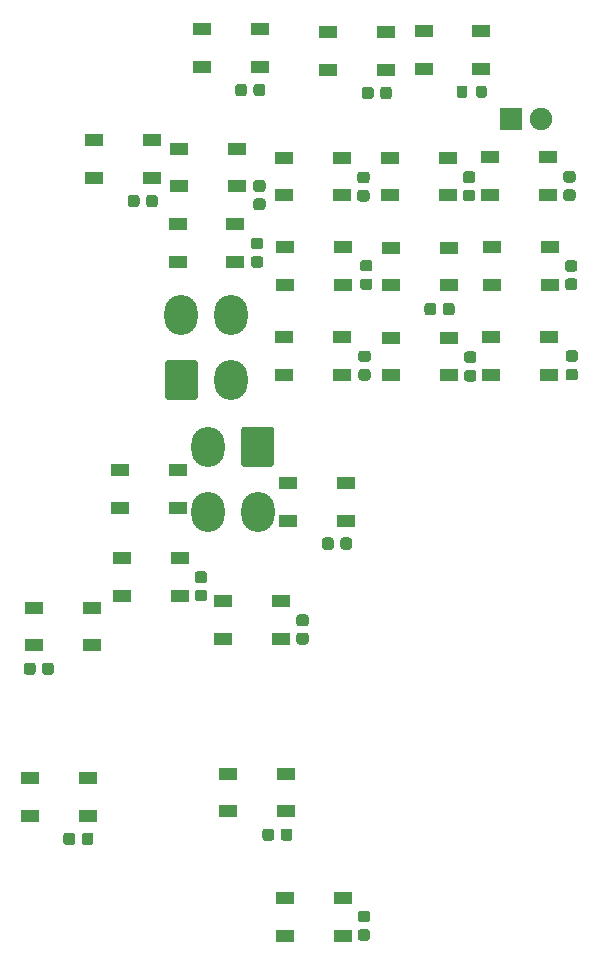
<source format=gbr>
%TF.GenerationSoftware,KiCad,Pcbnew,(5.1.6)-1*%
%TF.CreationDate,2020-12-21T16:45:17+11:00*%
%TF.ProjectId,Landing Gear Panel PCB V2,4c616e64-696e-4672-9047-656172205061,rev?*%
%TF.SameCoordinates,Original*%
%TF.FileFunction,Soldermask,Top*%
%TF.FilePolarity,Negative*%
%FSLAX46Y46*%
G04 Gerber Fmt 4.6, Leading zero omitted, Abs format (unit mm)*
G04 Created by KiCad (PCBNEW (5.1.6)-1) date 2020-12-21 16:45:17*
%MOMM*%
%LPD*%
G01*
G04 APERTURE LIST*
%ADD10O,2.800000X3.400000*%
%ADD11R,1.600000X1.100000*%
%ADD12C,1.900000*%
%ADD13R,1.900000X1.900000*%
G04 APERTURE END LIST*
%TO.C,C22*%
G36*
G01*
X96418750Y-117512000D02*
X96981250Y-117512000D01*
G75*
G02*
X97225000Y-117755750I0J-243750D01*
G01*
X97225000Y-118243250D01*
G75*
G02*
X96981250Y-118487000I-243750J0D01*
G01*
X96418750Y-118487000D01*
G75*
G02*
X96175000Y-118243250I0J243750D01*
G01*
X96175000Y-117755750D01*
G75*
G02*
X96418750Y-117512000I243750J0D01*
G01*
G37*
G36*
G01*
X96418750Y-115937000D02*
X96981250Y-115937000D01*
G75*
G02*
X97225000Y-116180750I0J-243750D01*
G01*
X97225000Y-116668250D01*
G75*
G02*
X96981250Y-116912000I-243750J0D01*
G01*
X96418750Y-116912000D01*
G75*
G02*
X96175000Y-116668250I0J243750D01*
G01*
X96175000Y-116180750D01*
G75*
G02*
X96418750Y-115937000I243750J0D01*
G01*
G37*
%TD*%
%TO.C,C21*%
G36*
G01*
X87368750Y-60512500D02*
X87931250Y-60512500D01*
G75*
G02*
X88175000Y-60756250I0J-243750D01*
G01*
X88175000Y-61243750D01*
G75*
G02*
X87931250Y-61487500I-243750J0D01*
G01*
X87368750Y-61487500D01*
G75*
G02*
X87125000Y-61243750I0J243750D01*
G01*
X87125000Y-60756250D01*
G75*
G02*
X87368750Y-60512500I243750J0D01*
G01*
G37*
G36*
G01*
X87368750Y-58937500D02*
X87931250Y-58937500D01*
G75*
G02*
X88175000Y-59181250I0J-243750D01*
G01*
X88175000Y-59668750D01*
G75*
G02*
X87931250Y-59912500I-243750J0D01*
G01*
X87368750Y-59912500D01*
G75*
G02*
X87125000Y-59668750I0J243750D01*
G01*
X87125000Y-59181250D01*
G75*
G02*
X87368750Y-58937500I243750J0D01*
G01*
G37*
%TD*%
%TO.C,C20*%
G36*
G01*
X114018750Y-70062500D02*
X114581250Y-70062500D01*
G75*
G02*
X114825000Y-70306250I0J-243750D01*
G01*
X114825000Y-70793750D01*
G75*
G02*
X114581250Y-71037500I-243750J0D01*
G01*
X114018750Y-71037500D01*
G75*
G02*
X113775000Y-70793750I0J243750D01*
G01*
X113775000Y-70306250D01*
G75*
G02*
X114018750Y-70062500I243750J0D01*
G01*
G37*
G36*
G01*
X114018750Y-68487500D02*
X114581250Y-68487500D01*
G75*
G02*
X114825000Y-68731250I0J-243750D01*
G01*
X114825000Y-69218750D01*
G75*
G02*
X114581250Y-69462500I-243750J0D01*
G01*
X114018750Y-69462500D01*
G75*
G02*
X113775000Y-69218750I0J243750D01*
G01*
X113775000Y-68731250D01*
G75*
G02*
X114018750Y-68487500I243750J0D01*
G01*
G37*
%TD*%
%TO.C,C19*%
G36*
G01*
X105418750Y-70162500D02*
X105981250Y-70162500D01*
G75*
G02*
X106225000Y-70406250I0J-243750D01*
G01*
X106225000Y-70893750D01*
G75*
G02*
X105981250Y-71137500I-243750J0D01*
G01*
X105418750Y-71137500D01*
G75*
G02*
X105175000Y-70893750I0J243750D01*
G01*
X105175000Y-70406250D01*
G75*
G02*
X105418750Y-70162500I243750J0D01*
G01*
G37*
G36*
G01*
X105418750Y-68587500D02*
X105981250Y-68587500D01*
G75*
G02*
X106225000Y-68831250I0J-243750D01*
G01*
X106225000Y-69318750D01*
G75*
G02*
X105981250Y-69562500I-243750J0D01*
G01*
X105418750Y-69562500D01*
G75*
G02*
X105175000Y-69318750I0J243750D01*
G01*
X105175000Y-68831250D01*
G75*
G02*
X105418750Y-68587500I243750J0D01*
G01*
G37*
%TD*%
%TO.C,C18*%
G36*
G01*
X96468750Y-70087500D02*
X97031250Y-70087500D01*
G75*
G02*
X97275000Y-70331250I0J-243750D01*
G01*
X97275000Y-70818750D01*
G75*
G02*
X97031250Y-71062500I-243750J0D01*
G01*
X96468750Y-71062500D01*
G75*
G02*
X96225000Y-70818750I0J243750D01*
G01*
X96225000Y-70331250D01*
G75*
G02*
X96468750Y-70087500I243750J0D01*
G01*
G37*
G36*
G01*
X96468750Y-68512500D02*
X97031250Y-68512500D01*
G75*
G02*
X97275000Y-68756250I0J-243750D01*
G01*
X97275000Y-69243750D01*
G75*
G02*
X97031250Y-69487500I-243750J0D01*
G01*
X96468750Y-69487500D01*
G75*
G02*
X96225000Y-69243750I0J243750D01*
G01*
X96225000Y-68756250D01*
G75*
G02*
X96468750Y-68512500I243750J0D01*
G01*
G37*
%TD*%
%TO.C,C7*%
G36*
G01*
X96618750Y-62412500D02*
X97181250Y-62412500D01*
G75*
G02*
X97425000Y-62656250I0J-243750D01*
G01*
X97425000Y-63143750D01*
G75*
G02*
X97181250Y-63387500I-243750J0D01*
G01*
X96618750Y-63387500D01*
G75*
G02*
X96375000Y-63143750I0J243750D01*
G01*
X96375000Y-62656250D01*
G75*
G02*
X96618750Y-62412500I243750J0D01*
G01*
G37*
G36*
G01*
X96618750Y-60837500D02*
X97181250Y-60837500D01*
G75*
G02*
X97425000Y-61081250I0J-243750D01*
G01*
X97425000Y-61568750D01*
G75*
G02*
X97181250Y-61812500I-243750J0D01*
G01*
X96618750Y-61812500D01*
G75*
G02*
X96375000Y-61568750I0J243750D01*
G01*
X96375000Y-61081250D01*
G75*
G02*
X96618750Y-60837500I243750J0D01*
G01*
G37*
%TD*%
D10*
%TO.C,J2*%
X85450000Y-65500000D03*
X81250000Y-65500000D03*
X85450000Y-71000000D03*
G36*
G01*
X79850000Y-72440740D02*
X79850000Y-69559260D01*
G75*
G02*
X80109260Y-69300000I259260J0D01*
G01*
X82390740Y-69300000D01*
G75*
G02*
X82650000Y-69559260I0J-259260D01*
G01*
X82650000Y-72440740D01*
G75*
G02*
X82390740Y-72700000I-259260J0D01*
G01*
X80109260Y-72700000D01*
G75*
G02*
X79850000Y-72440740I0J259260D01*
G01*
G37*
%TD*%
%TO.C,J1*%
X83500000Y-82150000D03*
X87700000Y-82150000D03*
X83500000Y-76650000D03*
G36*
G01*
X89100000Y-75209260D02*
X89100000Y-78090740D01*
G75*
G02*
X88840740Y-78350000I-259260J0D01*
G01*
X86559260Y-78350000D01*
G75*
G02*
X86300000Y-78090740I0J259260D01*
G01*
X86300000Y-75209260D01*
G75*
G02*
X86559260Y-74950000I259260J0D01*
G01*
X88840740Y-74950000D01*
G75*
G02*
X89100000Y-75209260I0J-259260D01*
G01*
G37*
%TD*%
D11*
%TO.C,D6*%
X89916000Y-52171600D03*
X89916000Y-55371600D03*
X94816000Y-52171600D03*
X94816000Y-55371600D03*
%TD*%
%TO.C,C11*%
G36*
G01*
X82625000Y-88750000D02*
X83175000Y-88750000D01*
G75*
G02*
X83425000Y-89000000I0J-250000D01*
G01*
X83425000Y-89500000D01*
G75*
G02*
X83175000Y-89750000I-250000J0D01*
G01*
X82625000Y-89750000D01*
G75*
G02*
X82375000Y-89500000I0J250000D01*
G01*
X82375000Y-89000000D01*
G75*
G02*
X82625000Y-88750000I250000J0D01*
G01*
G37*
G36*
G01*
X82625000Y-87200000D02*
X83175000Y-87200000D01*
G75*
G02*
X83425000Y-87450000I0J-250000D01*
G01*
X83425000Y-87950000D01*
G75*
G02*
X83175000Y-88200000I-250000J0D01*
G01*
X82625000Y-88200000D01*
G75*
G02*
X82375000Y-87950000I0J250000D01*
G01*
X82375000Y-87450000D01*
G75*
G02*
X82625000Y-87200000I250000J0D01*
G01*
G37*
%TD*%
%TO.C,R1*%
G36*
G01*
X106200000Y-46900000D02*
X106200000Y-46300000D01*
G75*
G02*
X106425000Y-46075000I225000J0D01*
G01*
X106875000Y-46075000D01*
G75*
G02*
X107100000Y-46300000I0J-225000D01*
G01*
X107100000Y-46900000D01*
G75*
G02*
X106875000Y-47125000I-225000J0D01*
G01*
X106425000Y-47125000D01*
G75*
G02*
X106200000Y-46900000I0J225000D01*
G01*
G37*
G36*
G01*
X104550000Y-46900000D02*
X104550000Y-46300000D01*
G75*
G02*
X104775000Y-46075000I225000J0D01*
G01*
X105225000Y-46075000D01*
G75*
G02*
X105450000Y-46300000I0J-225000D01*
G01*
X105450000Y-46900000D01*
G75*
G02*
X105225000Y-47125000I-225000J0D01*
G01*
X104775000Y-47125000D01*
G75*
G02*
X104550000Y-46900000I0J225000D01*
G01*
G37*
%TD*%
%TO.C,C17*%
G36*
G01*
X91225000Y-92400000D02*
X91775000Y-92400000D01*
G75*
G02*
X92025000Y-92650000I0J-250000D01*
G01*
X92025000Y-93150000D01*
G75*
G02*
X91775000Y-93400000I-250000J0D01*
G01*
X91225000Y-93400000D01*
G75*
G02*
X90975000Y-93150000I0J250000D01*
G01*
X90975000Y-92650000D01*
G75*
G02*
X91225000Y-92400000I250000J0D01*
G01*
G37*
G36*
G01*
X91225000Y-90850000D02*
X91775000Y-90850000D01*
G75*
G02*
X92025000Y-91100000I0J-250000D01*
G01*
X92025000Y-91600000D01*
G75*
G02*
X91775000Y-91850000I-250000J0D01*
G01*
X91225000Y-91850000D01*
G75*
G02*
X90975000Y-91600000I0J250000D01*
G01*
X90975000Y-91100000D01*
G75*
G02*
X91225000Y-90850000I250000J0D01*
G01*
G37*
%TD*%
%TO.C,C16*%
G36*
G01*
X94700000Y-85125000D02*
X94700000Y-84575000D01*
G75*
G02*
X94950000Y-84325000I250000J0D01*
G01*
X95450000Y-84325000D01*
G75*
G02*
X95700000Y-84575000I0J-250000D01*
G01*
X95700000Y-85125000D01*
G75*
G02*
X95450000Y-85375000I-250000J0D01*
G01*
X94950000Y-85375000D01*
G75*
G02*
X94700000Y-85125000I0J250000D01*
G01*
G37*
G36*
G01*
X93150000Y-85125000D02*
X93150000Y-84575000D01*
G75*
G02*
X93400000Y-84325000I250000J0D01*
G01*
X93900000Y-84325000D01*
G75*
G02*
X94150000Y-84575000I0J-250000D01*
G01*
X94150000Y-85125000D01*
G75*
G02*
X93900000Y-85375000I-250000J0D01*
G01*
X93400000Y-85375000D01*
G75*
G02*
X93150000Y-85125000I0J250000D01*
G01*
G37*
%TD*%
%TO.C,C15*%
G36*
G01*
X89650000Y-109775000D02*
X89650000Y-109225000D01*
G75*
G02*
X89900000Y-108975000I250000J0D01*
G01*
X90400000Y-108975000D01*
G75*
G02*
X90650000Y-109225000I0J-250000D01*
G01*
X90650000Y-109775000D01*
G75*
G02*
X90400000Y-110025000I-250000J0D01*
G01*
X89900000Y-110025000D01*
G75*
G02*
X89650000Y-109775000I0J250000D01*
G01*
G37*
G36*
G01*
X88100000Y-109775000D02*
X88100000Y-109225000D01*
G75*
G02*
X88350000Y-108975000I250000J0D01*
G01*
X88850000Y-108975000D01*
G75*
G02*
X89100000Y-109225000I0J-250000D01*
G01*
X89100000Y-109775000D01*
G75*
G02*
X88850000Y-110025000I-250000J0D01*
G01*
X88350000Y-110025000D01*
G75*
G02*
X88100000Y-109775000I0J250000D01*
G01*
G37*
%TD*%
%TO.C,C14*%
G36*
G01*
X72800000Y-110125000D02*
X72800000Y-109575000D01*
G75*
G02*
X73050000Y-109325000I250000J0D01*
G01*
X73550000Y-109325000D01*
G75*
G02*
X73800000Y-109575000I0J-250000D01*
G01*
X73800000Y-110125000D01*
G75*
G02*
X73550000Y-110375000I-250000J0D01*
G01*
X73050000Y-110375000D01*
G75*
G02*
X72800000Y-110125000I0J250000D01*
G01*
G37*
G36*
G01*
X71250000Y-110125000D02*
X71250000Y-109575000D01*
G75*
G02*
X71500000Y-109325000I250000J0D01*
G01*
X72000000Y-109325000D01*
G75*
G02*
X72250000Y-109575000I0J-250000D01*
G01*
X72250000Y-110125000D01*
G75*
G02*
X72000000Y-110375000I-250000J0D01*
G01*
X71500000Y-110375000D01*
G75*
G02*
X71250000Y-110125000I0J250000D01*
G01*
G37*
%TD*%
%TO.C,C13*%
G36*
G01*
X69450000Y-95725000D02*
X69450000Y-95175000D01*
G75*
G02*
X69700000Y-94925000I250000J0D01*
G01*
X70200000Y-94925000D01*
G75*
G02*
X70450000Y-95175000I0J-250000D01*
G01*
X70450000Y-95725000D01*
G75*
G02*
X70200000Y-95975000I-250000J0D01*
G01*
X69700000Y-95975000D01*
G75*
G02*
X69450000Y-95725000I0J250000D01*
G01*
G37*
G36*
G01*
X67900000Y-95725000D02*
X67900000Y-95175000D01*
G75*
G02*
X68150000Y-94925000I250000J0D01*
G01*
X68650000Y-94925000D01*
G75*
G02*
X68900000Y-95175000I0J-250000D01*
G01*
X68900000Y-95725000D01*
G75*
G02*
X68650000Y-95975000I-250000J0D01*
G01*
X68150000Y-95975000D01*
G75*
G02*
X67900000Y-95725000I0J250000D01*
G01*
G37*
%TD*%
%TO.C,C12*%
G36*
G01*
X96375000Y-54900000D02*
X96925000Y-54900000D01*
G75*
G02*
X97175000Y-55150000I0J-250000D01*
G01*
X97175000Y-55650000D01*
G75*
G02*
X96925000Y-55900000I-250000J0D01*
G01*
X96375000Y-55900000D01*
G75*
G02*
X96125000Y-55650000I0J250000D01*
G01*
X96125000Y-55150000D01*
G75*
G02*
X96375000Y-54900000I250000J0D01*
G01*
G37*
G36*
G01*
X96375000Y-53350000D02*
X96925000Y-53350000D01*
G75*
G02*
X97175000Y-53600000I0J-250000D01*
G01*
X97175000Y-54100000D01*
G75*
G02*
X96925000Y-54350000I-250000J0D01*
G01*
X96375000Y-54350000D01*
G75*
G02*
X96125000Y-54100000I0J250000D01*
G01*
X96125000Y-53600000D01*
G75*
G02*
X96375000Y-53350000I250000J0D01*
G01*
G37*
%TD*%
%TO.C,C10*%
G36*
G01*
X88125000Y-55075000D02*
X87575000Y-55075000D01*
G75*
G02*
X87325000Y-54825000I0J250000D01*
G01*
X87325000Y-54325000D01*
G75*
G02*
X87575000Y-54075000I250000J0D01*
G01*
X88125000Y-54075000D01*
G75*
G02*
X88375000Y-54325000I0J-250000D01*
G01*
X88375000Y-54825000D01*
G75*
G02*
X88125000Y-55075000I-250000J0D01*
G01*
G37*
G36*
G01*
X88125000Y-56625000D02*
X87575000Y-56625000D01*
G75*
G02*
X87325000Y-56375000I0J250000D01*
G01*
X87325000Y-55875000D01*
G75*
G02*
X87575000Y-55625000I250000J0D01*
G01*
X88125000Y-55625000D01*
G75*
G02*
X88375000Y-55875000I0J-250000D01*
G01*
X88375000Y-56375000D01*
G75*
G02*
X88125000Y-56625000I-250000J0D01*
G01*
G37*
%TD*%
%TO.C,C9*%
G36*
G01*
X78250000Y-56125000D02*
X78250000Y-55575000D01*
G75*
G02*
X78500000Y-55325000I250000J0D01*
G01*
X79000000Y-55325000D01*
G75*
G02*
X79250000Y-55575000I0J-250000D01*
G01*
X79250000Y-56125000D01*
G75*
G02*
X79000000Y-56375000I-250000J0D01*
G01*
X78500000Y-56375000D01*
G75*
G02*
X78250000Y-56125000I0J250000D01*
G01*
G37*
G36*
G01*
X76700000Y-56125000D02*
X76700000Y-55575000D01*
G75*
G02*
X76950000Y-55325000I250000J0D01*
G01*
X77450000Y-55325000D01*
G75*
G02*
X77700000Y-55575000I0J-250000D01*
G01*
X77700000Y-56125000D01*
G75*
G02*
X77450000Y-56375000I-250000J0D01*
G01*
X76950000Y-56375000D01*
G75*
G02*
X76700000Y-56125000I0J250000D01*
G01*
G37*
%TD*%
%TO.C,C8*%
G36*
G01*
X105325000Y-54875000D02*
X105875000Y-54875000D01*
G75*
G02*
X106125000Y-55125000I0J-250000D01*
G01*
X106125000Y-55625000D01*
G75*
G02*
X105875000Y-55875000I-250000J0D01*
G01*
X105325000Y-55875000D01*
G75*
G02*
X105075000Y-55625000I0J250000D01*
G01*
X105075000Y-55125000D01*
G75*
G02*
X105325000Y-54875000I250000J0D01*
G01*
G37*
G36*
G01*
X105325000Y-53325000D02*
X105875000Y-53325000D01*
G75*
G02*
X106125000Y-53575000I0J-250000D01*
G01*
X106125000Y-54075000D01*
G75*
G02*
X105875000Y-54325000I-250000J0D01*
G01*
X105325000Y-54325000D01*
G75*
G02*
X105075000Y-54075000I0J250000D01*
G01*
X105075000Y-53575000D01*
G75*
G02*
X105325000Y-53325000I250000J0D01*
G01*
G37*
%TD*%
%TO.C,C6*%
G36*
G01*
X103375000Y-65275000D02*
X103375000Y-64725000D01*
G75*
G02*
X103625000Y-64475000I250000J0D01*
G01*
X104125000Y-64475000D01*
G75*
G02*
X104375000Y-64725000I0J-250000D01*
G01*
X104375000Y-65275000D01*
G75*
G02*
X104125000Y-65525000I-250000J0D01*
G01*
X103625000Y-65525000D01*
G75*
G02*
X103375000Y-65275000I0J250000D01*
G01*
G37*
G36*
G01*
X101825000Y-65275000D02*
X101825000Y-64725000D01*
G75*
G02*
X102075000Y-64475000I250000J0D01*
G01*
X102575000Y-64475000D01*
G75*
G02*
X102825000Y-64725000I0J-250000D01*
G01*
X102825000Y-65275000D01*
G75*
G02*
X102575000Y-65525000I-250000J0D01*
G01*
X102075000Y-65525000D01*
G75*
G02*
X101825000Y-65275000I0J250000D01*
G01*
G37*
%TD*%
%TO.C,C5*%
G36*
G01*
X113825000Y-54850000D02*
X114375000Y-54850000D01*
G75*
G02*
X114625000Y-55100000I0J-250000D01*
G01*
X114625000Y-55600000D01*
G75*
G02*
X114375000Y-55850000I-250000J0D01*
G01*
X113825000Y-55850000D01*
G75*
G02*
X113575000Y-55600000I0J250000D01*
G01*
X113575000Y-55100000D01*
G75*
G02*
X113825000Y-54850000I250000J0D01*
G01*
G37*
G36*
G01*
X113825000Y-53300000D02*
X114375000Y-53300000D01*
G75*
G02*
X114625000Y-53550000I0J-250000D01*
G01*
X114625000Y-54050000D01*
G75*
G02*
X114375000Y-54300000I-250000J0D01*
G01*
X113825000Y-54300000D01*
G75*
G02*
X113575000Y-54050000I0J250000D01*
G01*
X113575000Y-53550000D01*
G75*
G02*
X113825000Y-53300000I250000J0D01*
G01*
G37*
%TD*%
%TO.C,C4*%
G36*
G01*
X113975000Y-62400000D02*
X114525000Y-62400000D01*
G75*
G02*
X114775000Y-62650000I0J-250000D01*
G01*
X114775000Y-63150000D01*
G75*
G02*
X114525000Y-63400000I-250000J0D01*
G01*
X113975000Y-63400000D01*
G75*
G02*
X113725000Y-63150000I0J250000D01*
G01*
X113725000Y-62650000D01*
G75*
G02*
X113975000Y-62400000I250000J0D01*
G01*
G37*
G36*
G01*
X113975000Y-60850000D02*
X114525000Y-60850000D01*
G75*
G02*
X114775000Y-61100000I0J-250000D01*
G01*
X114775000Y-61600000D01*
G75*
G02*
X114525000Y-61850000I-250000J0D01*
G01*
X113975000Y-61850000D01*
G75*
G02*
X113725000Y-61600000I0J250000D01*
G01*
X113725000Y-61100000D01*
G75*
G02*
X113975000Y-60850000I250000J0D01*
G01*
G37*
%TD*%
%TO.C,C3*%
G36*
G01*
X98075000Y-46975000D02*
X98075000Y-46425000D01*
G75*
G02*
X98325000Y-46175000I250000J0D01*
G01*
X98825000Y-46175000D01*
G75*
G02*
X99075000Y-46425000I0J-250000D01*
G01*
X99075000Y-46975000D01*
G75*
G02*
X98825000Y-47225000I-250000J0D01*
G01*
X98325000Y-47225000D01*
G75*
G02*
X98075000Y-46975000I0J250000D01*
G01*
G37*
G36*
G01*
X96525000Y-46975000D02*
X96525000Y-46425000D01*
G75*
G02*
X96775000Y-46175000I250000J0D01*
G01*
X97275000Y-46175000D01*
G75*
G02*
X97525000Y-46425000I0J-250000D01*
G01*
X97525000Y-46975000D01*
G75*
G02*
X97275000Y-47225000I-250000J0D01*
G01*
X96775000Y-47225000D01*
G75*
G02*
X96525000Y-46975000I0J250000D01*
G01*
G37*
%TD*%
%TO.C,C2*%
G36*
G01*
X87350000Y-46725000D02*
X87350000Y-46175000D01*
G75*
G02*
X87600000Y-45925000I250000J0D01*
G01*
X88100000Y-45925000D01*
G75*
G02*
X88350000Y-46175000I0J-250000D01*
G01*
X88350000Y-46725000D01*
G75*
G02*
X88100000Y-46975000I-250000J0D01*
G01*
X87600000Y-46975000D01*
G75*
G02*
X87350000Y-46725000I0J250000D01*
G01*
G37*
G36*
G01*
X85800000Y-46725000D02*
X85800000Y-46175000D01*
G75*
G02*
X86050000Y-45925000I250000J0D01*
G01*
X86550000Y-45925000D01*
G75*
G02*
X86800000Y-46175000I0J-250000D01*
G01*
X86800000Y-46725000D01*
G75*
G02*
X86550000Y-46975000I-250000J0D01*
G01*
X86050000Y-46975000D01*
G75*
G02*
X85800000Y-46725000I0J250000D01*
G01*
G37*
%TD*%
D12*
%TO.C,D24*%
X111684000Y-48920400D03*
D13*
X109144000Y-48920400D03*
%TD*%
D11*
%TO.C,D16*%
X76050000Y-78600000D03*
X76050000Y-81800000D03*
X80950000Y-78600000D03*
X80950000Y-81800000D03*
%TD*%
%TO.C,D23*%
X89994400Y-114834000D03*
X89994400Y-118034000D03*
X94894400Y-114834000D03*
X94894400Y-118034000D03*
%TD*%
%TO.C,D22*%
X85230800Y-104318000D03*
X85230800Y-107518000D03*
X90130800Y-104318000D03*
X90130800Y-107518000D03*
%TD*%
%TO.C,D21*%
X68427600Y-104699000D03*
X68427600Y-107899000D03*
X73327600Y-104699000D03*
X73327600Y-107899000D03*
%TD*%
%TO.C,D20*%
X84773600Y-89738400D03*
X84773600Y-92938400D03*
X89673600Y-89738400D03*
X89673600Y-92938400D03*
%TD*%
%TO.C,D19*%
X68783200Y-90271600D03*
X68783200Y-93471600D03*
X73683200Y-90271600D03*
X73683200Y-93471600D03*
%TD*%
%TO.C,D18*%
X76200000Y-86055200D03*
X76200000Y-89255200D03*
X81100000Y-86055200D03*
X81100000Y-89255200D03*
%TD*%
%TO.C,D17*%
X90300000Y-79700000D03*
X90300000Y-82900000D03*
X95200000Y-79700000D03*
X95200000Y-82900000D03*
%TD*%
%TO.C,D15*%
X107493000Y-67360800D03*
X107493000Y-70560800D03*
X112393000Y-67360800D03*
X112393000Y-70560800D03*
%TD*%
%TO.C,D14*%
X99009000Y-67411600D03*
X99009000Y-70611600D03*
X103909000Y-67411600D03*
X103909000Y-70611600D03*
%TD*%
%TO.C,D13*%
X89966800Y-67360800D03*
X89966800Y-70560800D03*
X94866800Y-67360800D03*
X94866800Y-70560800D03*
%TD*%
%TO.C,D12*%
X107532000Y-59715600D03*
X107532000Y-62915600D03*
X112432000Y-59715600D03*
X112432000Y-62915600D03*
%TD*%
%TO.C,D11*%
X99009000Y-59791600D03*
X99009000Y-62991600D03*
X103909000Y-59791600D03*
X103909000Y-62991600D03*
%TD*%
%TO.C,D10*%
X90056800Y-59715600D03*
X90056800Y-62915600D03*
X94956800Y-59715600D03*
X94956800Y-62915600D03*
%TD*%
%TO.C,D9*%
X80924400Y-57810400D03*
X80924400Y-61010400D03*
X85824400Y-57810400D03*
X85824400Y-61010400D03*
%TD*%
%TO.C,D8*%
X107380000Y-52146400D03*
X107380000Y-55346400D03*
X112280000Y-52146400D03*
X112280000Y-55346400D03*
%TD*%
%TO.C,D7*%
X98908000Y-52171600D03*
X98908000Y-55371600D03*
X103808000Y-52171600D03*
X103808000Y-55371600D03*
%TD*%
%TO.C,D5*%
X81026000Y-51409600D03*
X81026000Y-54609600D03*
X85926000Y-51409600D03*
X85926000Y-54609600D03*
%TD*%
%TO.C,D4*%
X73863200Y-50698400D03*
X73863200Y-53898400D03*
X78763200Y-50698400D03*
X78763200Y-53898400D03*
%TD*%
%TO.C,D3*%
X101752000Y-41452800D03*
X101752000Y-44652800D03*
X106652000Y-41452800D03*
X106652000Y-44652800D03*
%TD*%
%TO.C,D2*%
X93675200Y-41554400D03*
X93675200Y-44754400D03*
X98575200Y-41554400D03*
X98575200Y-44754400D03*
%TD*%
%TO.C,D1*%
X82995600Y-41275200D03*
X82995600Y-44475200D03*
X87895600Y-41275200D03*
X87895600Y-44475200D03*
%TD*%
M02*

</source>
